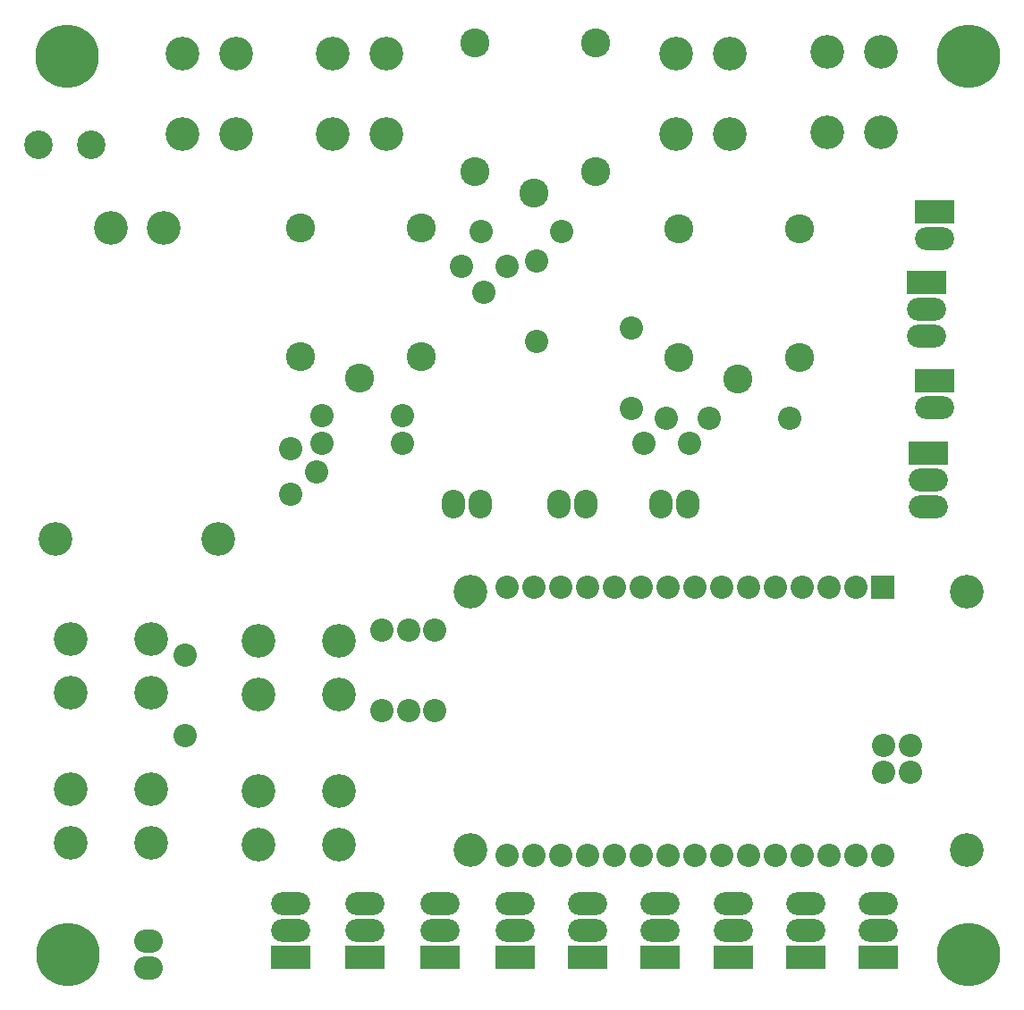
<source format=gbs>
G04*
G04 #@! TF.GenerationSoftware,Altium Limited,Altium Designer,20.0.13 (296)*
G04*
G04 Layer_Color=16711935*
%FSLAX25Y25*%
%MOIN*%
G70*
G01*
G75*
%ADD20C,0.12611*%
%ADD21C,0.08674*%
%ADD22R,0.08674X0.08674*%
%ADD23O,0.10642X0.08674*%
%ADD24O,0.14580X0.08674*%
%ADD25R,0.14580X0.08674*%
%ADD26O,0.08674X0.08674*%
%ADD27O,0.08674X0.08674*%
%ADD28C,0.10642*%
%ADD29O,0.08674X0.10642*%
%ADD30C,0.10800*%
%ADD31C,0.23635*%
%ADD32C,0.04737*%
D20*
X354839Y155347D02*
D03*
Y58850D02*
D03*
X169996D02*
D03*
Y155347D02*
D03*
X91000Y137000D02*
D03*
X121000D02*
D03*
X91000Y117000D02*
D03*
X121000D02*
D03*
X15370Y175000D02*
D03*
X76000D02*
D03*
X35842Y290748D02*
D03*
X55528D02*
D03*
X323000Y356500D02*
D03*
Y326500D02*
D03*
X303000Y356500D02*
D03*
Y326500D02*
D03*
X266500Y356000D02*
D03*
Y326000D02*
D03*
X246500Y356000D02*
D03*
Y326000D02*
D03*
X138500Y356000D02*
D03*
Y326000D02*
D03*
X118500Y356000D02*
D03*
Y326000D02*
D03*
X82500Y356000D02*
D03*
Y326000D02*
D03*
X62500Y356000D02*
D03*
Y326000D02*
D03*
X51000Y117500D02*
D03*
X21000D02*
D03*
X51000Y137500D02*
D03*
X21000D02*
D03*
X121000Y61000D02*
D03*
X91000D02*
D03*
X121000Y81000D02*
D03*
X91000D02*
D03*
X51000Y61500D02*
D03*
X21000D02*
D03*
X51000Y81500D02*
D03*
X21000D02*
D03*
D21*
X183500Y57000D02*
D03*
X193500D02*
D03*
X203500D02*
D03*
X213500D02*
D03*
X223500D02*
D03*
X233500D02*
D03*
X243500D02*
D03*
X253500D02*
D03*
X263500D02*
D03*
X273500D02*
D03*
X283500D02*
D03*
X293500D02*
D03*
X303500D02*
D03*
X313500D02*
D03*
X323500D02*
D03*
X183500Y157000D02*
D03*
X193500D02*
D03*
X203500D02*
D03*
X213500D02*
D03*
X223500D02*
D03*
X233500D02*
D03*
X243500D02*
D03*
X253500D02*
D03*
X263500D02*
D03*
X273500D02*
D03*
X283500D02*
D03*
X293500D02*
D03*
X303500D02*
D03*
X313500D02*
D03*
X63500Y131500D02*
D03*
Y101500D02*
D03*
X114500Y210500D02*
D03*
X144500D02*
D03*
X194500Y278500D02*
D03*
Y248500D02*
D03*
X230000Y223500D02*
D03*
Y253500D02*
D03*
X156500Y141000D02*
D03*
Y111000D02*
D03*
X147000Y141000D02*
D03*
Y111000D02*
D03*
X137000Y141000D02*
D03*
Y111000D02*
D03*
X251500Y210500D02*
D03*
X243000Y220000D02*
D03*
X234500Y210500D02*
D03*
X259000Y220000D02*
D03*
X289000D02*
D03*
X174000Y289500D02*
D03*
X204000D02*
D03*
X166500Y276500D02*
D03*
X175000Y267000D02*
D03*
X183500Y276500D02*
D03*
X114500Y221000D02*
D03*
X144500D02*
D03*
X103000Y191500D02*
D03*
X112500Y200000D02*
D03*
X103000Y208500D02*
D03*
D22*
X323500Y157000D02*
D03*
D23*
X50000Y25000D02*
D03*
Y15000D02*
D03*
D24*
X103000Y39000D02*
D03*
Y29000D02*
D03*
X130500Y39000D02*
D03*
Y29000D02*
D03*
X158500Y39000D02*
D03*
Y29000D02*
D03*
X186500Y39000D02*
D03*
Y29000D02*
D03*
X213500Y39000D02*
D03*
Y29000D02*
D03*
X240500Y39000D02*
D03*
Y29000D02*
D03*
X268000Y39000D02*
D03*
Y29000D02*
D03*
X295000Y39000D02*
D03*
Y29000D02*
D03*
X322000Y39000D02*
D03*
Y29000D02*
D03*
X340000Y250500D02*
D03*
Y260500D02*
D03*
X340500Y187000D02*
D03*
Y197000D02*
D03*
X343000Y287000D02*
D03*
Y224000D02*
D03*
D25*
X103000Y19000D02*
D03*
X130500Y19000D02*
D03*
X158500Y19000D02*
D03*
X186500D02*
D03*
X213500D02*
D03*
X240500D02*
D03*
X268000D02*
D03*
X295000D02*
D03*
X322000D02*
D03*
X340000Y270500D02*
D03*
X340500Y207000D02*
D03*
X343000Y297000D02*
D03*
Y234000D02*
D03*
D26*
X334000Y98000D02*
D03*
X324000D02*
D03*
D27*
Y88000D02*
D03*
X334000D02*
D03*
D28*
X9000Y322000D02*
D03*
X28685D02*
D03*
D29*
X251000Y188000D02*
D03*
X241000D02*
D03*
X213000D02*
D03*
X203000D02*
D03*
X173500D02*
D03*
X163500D02*
D03*
D30*
X292500Y290500D02*
D03*
X247500D02*
D03*
X269500Y234500D02*
D03*
X292500Y242500D02*
D03*
X247500D02*
D03*
X151500Y291000D02*
D03*
X106500D02*
D03*
X128500Y235000D02*
D03*
X151500Y243000D02*
D03*
X106500D02*
D03*
X216500Y360000D02*
D03*
X171500D02*
D03*
X193500Y304000D02*
D03*
X216500Y312000D02*
D03*
X171500D02*
D03*
D31*
X19500Y355000D02*
D03*
X20000Y20000D02*
D03*
X355500D02*
D03*
Y355000D02*
D03*
D32*
X25624Y348875D02*
D03*
X13375D02*
D03*
X10839Y355000D02*
D03*
X13375Y361124D02*
D03*
X25821Y361223D02*
D03*
X28358Y355098D02*
D03*
X19500Y346339D02*
D03*
Y363661D02*
D03*
X26125Y13875D02*
D03*
X13875D02*
D03*
X11339Y20000D02*
D03*
X13875Y26125D02*
D03*
X26321Y26223D02*
D03*
X28858Y20098D02*
D03*
X20000Y11339D02*
D03*
Y28661D02*
D03*
X361625Y13875D02*
D03*
X349376D02*
D03*
X346839Y20000D02*
D03*
X349376Y26125D02*
D03*
X361821Y26223D02*
D03*
X364358Y20098D02*
D03*
X355500Y11339D02*
D03*
Y28661D02*
D03*
X361625Y348875D02*
D03*
X349376D02*
D03*
X346839Y355000D02*
D03*
X349376Y361124D02*
D03*
X361821Y361223D02*
D03*
X364358Y355098D02*
D03*
X355500Y346339D02*
D03*
Y363661D02*
D03*
M02*

</source>
